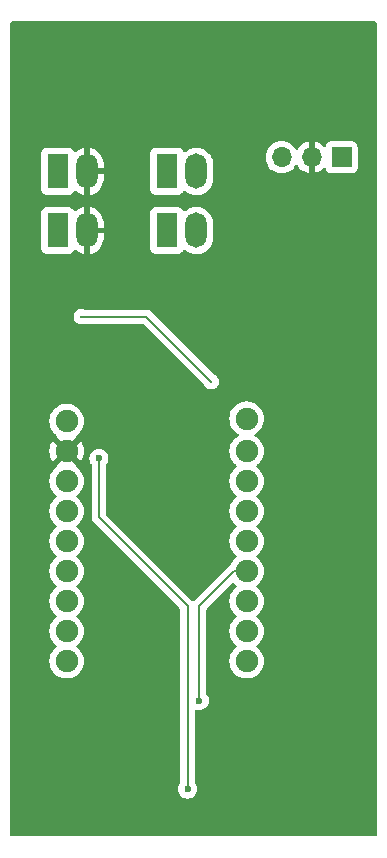
<source format=gbr>
%TF.GenerationSoftware,KiCad,Pcbnew,8.0.4*%
%TF.CreationDate,2024-08-15T17:47:52+02:00*%
%TF.ProjectId,Fingerprint_doorbell,46696e67-6572-4707-9269-6e745f646f6f,rev?*%
%TF.SameCoordinates,Original*%
%TF.FileFunction,Copper,L2,Bot*%
%TF.FilePolarity,Positive*%
%FSLAX46Y46*%
G04 Gerber Fmt 4.6, Leading zero omitted, Abs format (unit mm)*
G04 Created by KiCad (PCBNEW 8.0.4) date 2024-08-15 17:47:52*
%MOMM*%
%LPD*%
G01*
G04 APERTURE LIST*
%TA.AperFunction,ComponentPad*%
%ADD10R,1.700000X1.700000*%
%TD*%
%TA.AperFunction,ComponentPad*%
%ADD11O,1.700000X1.700000*%
%TD*%
%TA.AperFunction,ComponentPad*%
%ADD12R,1.800000X3.000000*%
%TD*%
%TA.AperFunction,ComponentPad*%
%ADD13O,1.800000X3.000000*%
%TD*%
%TA.AperFunction,ComponentPad*%
%ADD14C,1.905000*%
%TD*%
%TA.AperFunction,ViaPad*%
%ADD15C,0.300000*%
%TD*%
%TA.AperFunction,ViaPad*%
%ADD16C,0.600000*%
%TD*%
%TA.AperFunction,Conductor*%
%ADD17C,0.200000*%
%TD*%
G04 APERTURE END LIST*
D10*
%TO.P,J4,1,Pin_1*%
%TO.N,/24V*%
X89540000Y-37500000D03*
D11*
%TO.P,J4,2,Pin_2*%
%TO.N,/GND*%
X87000000Y-37500000D03*
%TO.P,J4,3,Pin_3*%
%TO.N,/5V*%
X84460000Y-37500000D03*
%TD*%
D12*
%TO.P,J3,1,Pin_1*%
%TO.N,Net-(J3-Pin_1)*%
X74750000Y-38700000D03*
X74750000Y-43700000D03*
D13*
%TO.P,J3,2,Pin_2*%
%TO.N,Net-(J3-Pin_2)*%
X77250000Y-38700000D03*
X77250000Y-43700000D03*
%TD*%
D12*
%TO.P,J2,1,Pin_1*%
%TO.N,/24V*%
X65500000Y-38700000D03*
X65500000Y-43700000D03*
D13*
%TO.P,J2,2,Pin_2*%
%TO.N,/GND*%
X68000000Y-38700000D03*
X68000000Y-43700000D03*
%TD*%
D14*
%TO.P,U1,1,GPIO1*%
%TO.N,unconnected-(U1-GPIO1-Pad1)*%
X66260000Y-67460000D03*
%TO.P,U1,2,GPIO2*%
%TO.N,unconnected-(U1-GPIO2-Pad2)*%
X66260000Y-70000000D03*
%TO.P,U1,3,GPIO3*%
%TO.N,unconnected-(U1-GPIO3-Pad3)*%
X66260000Y-72540000D03*
%TO.P,U1,3.3,3V3*%
%TO.N,/3v3*%
X66260000Y-64920000D03*
%TO.P,U1,4,GPIO4*%
%TO.N,unconnected-(U1-GPIO4-Pad4)*%
X66260000Y-75080000D03*
%TO.P,U1,5,GPIO5*%
%TO.N,unconnected-(U1-GPIO5-Pad5)*%
X66260000Y-77620000D03*
%TO.P,U1,5V,5V*%
%TO.N,/5V*%
X66260000Y-59840000D03*
%TO.P,U1,6,GPIO6*%
%TO.N,unconnected-(U1-GPIO6-Pad6)*%
X66260000Y-80160000D03*
%TO.P,U1,7,GPIO7*%
%TO.N,unconnected-(U1-GPIO7-Pad7)*%
X81500000Y-80160000D03*
%TO.P,U1,8,GPIO8*%
%TO.N,Net-(J1-Pin_4)*%
X81500000Y-77620000D03*
%TO.P,U1,9,GPIO9*%
%TO.N,Net-(J1-Pin_3)*%
X81500000Y-75080000D03*
%TO.P,U1,10,GPIO10*%
%TO.N,Net-(J1-Pin_5)*%
X81500000Y-72540000D03*
%TO.P,U1,11,GPIO11*%
%TO.N,Net-(U1-GPIO11)*%
X81500000Y-70000000D03*
%TO.P,U1,12,GPIO12*%
%TO.N,unconnected-(U1-GPIO12-Pad12)*%
X81500000Y-67460000D03*
%TO.P,U1,13,GPIO13*%
%TO.N,unconnected-(U1-GPIO13-Pad13)*%
X81500000Y-64920000D03*
%TO.P,U1,G,GND*%
%TO.N,/GND*%
X66260000Y-62380000D03*
%TO.P,U1,RX,RX*%
%TO.N,unconnected-(U1-PadRX)*%
X81500000Y-62380000D03*
%TO.P,U1,TX,TX*%
%TO.N,unconnected-(U1-PadTX)*%
X81500000Y-59630000D03*
%TD*%
D15*
%TO.N,Net-(U1-GPIO11)*%
X67500000Y-51000000D03*
X78500000Y-56500000D03*
D16*
%TO.N,/GND*%
X63000000Y-60000000D03*
X63000000Y-66000000D03*
X63000000Y-75500000D03*
X79000000Y-72500000D03*
X69000000Y-73000000D03*
X73500000Y-76500000D03*
X69500000Y-79500000D03*
X67500000Y-83500000D03*
X64000000Y-86000000D03*
X64000000Y-91500000D03*
X84000000Y-92000000D03*
X89500000Y-89500000D03*
X83000000Y-85500000D03*
X89000000Y-80500000D03*
X84500000Y-76000000D03*
X89500000Y-73500000D03*
X85000000Y-70000000D03*
X90000000Y-66500000D03*
X85000000Y-60500000D03*
X86500000Y-51000000D03*
X89000000Y-53000000D03*
X82500000Y-53000000D03*
X84500000Y-49000000D03*
X87000000Y-45500000D03*
X89500000Y-48500000D03*
X89500000Y-42000000D03*
X89000000Y-31000000D03*
X86500000Y-28500000D03*
X82000000Y-31000000D03*
X79000000Y-28500000D03*
X75000000Y-31000000D03*
X71000000Y-28500000D03*
X67500000Y-31000000D03*
X64000000Y-28500000D03*
%TO.N,Net-(J1-Pin_6)*%
X76500000Y-91000000D03*
X69000000Y-63000000D03*
%TO.N,Net-(J1-Pin_5)*%
X77500000Y-83500000D03*
%TD*%
D17*
%TO.N,Net-(J1-Pin_5)*%
X77500000Y-75500000D02*
X80460000Y-72540000D01*
X80460000Y-72540000D02*
X81500000Y-72540000D01*
X77500000Y-83500000D02*
X77500000Y-75500000D01*
%TO.N,Net-(U1-GPIO11)*%
X78500000Y-56500000D02*
X73000000Y-51000000D01*
X73000000Y-51000000D02*
X67500000Y-51000000D01*
%TO.N,Net-(J1-Pin_6)*%
X69000000Y-68000000D02*
X76500000Y-75500000D01*
X76500000Y-75500000D02*
X76500000Y-91000000D01*
X69000000Y-63000000D02*
X69000000Y-68000000D01*
%TD*%
%TA.AperFunction,Conductor*%
%TO.N,/GND*%
G36*
X92442539Y-26020185D02*
G01*
X92488294Y-26072989D01*
X92499500Y-26124500D01*
X92499500Y-94875500D01*
X92479815Y-94942539D01*
X92427011Y-94988294D01*
X92375500Y-94999500D01*
X61624500Y-94999500D01*
X61557461Y-94979815D01*
X61511706Y-94927011D01*
X61500500Y-94875500D01*
X61500500Y-59839994D01*
X64802020Y-59839994D01*
X64802020Y-59840005D01*
X64821904Y-60079972D01*
X64881017Y-60313405D01*
X64974054Y-60525509D01*
X64977745Y-60533922D01*
X65109449Y-60735510D01*
X65272537Y-60912671D01*
X65340000Y-60965179D01*
X65400750Y-61012463D01*
X65441563Y-61069173D01*
X65445238Y-61138946D01*
X65424746Y-61174851D01*
X65423791Y-61190237D01*
X66023992Y-61790438D01*
X65959215Y-61817271D01*
X65855211Y-61886764D01*
X65766764Y-61975211D01*
X65697271Y-62079215D01*
X65670438Y-62143992D01*
X65070881Y-61544435D01*
X64978185Y-61686317D01*
X64881491Y-61906759D01*
X64822399Y-62140110D01*
X64802522Y-62379994D01*
X64802522Y-62380005D01*
X64822399Y-62619889D01*
X64881491Y-62853240D01*
X64978185Y-63073682D01*
X65070880Y-63215563D01*
X65670438Y-62616006D01*
X65697271Y-62680785D01*
X65766764Y-62784789D01*
X65855211Y-62873236D01*
X65959215Y-62942729D01*
X66023991Y-62969560D01*
X65423790Y-63569761D01*
X65424747Y-63585171D01*
X65441565Y-63608539D01*
X65445239Y-63678312D01*
X65410607Y-63738995D01*
X65400752Y-63747535D01*
X65272539Y-63847327D01*
X65272534Y-63847332D01*
X65109449Y-64024490D01*
X64977743Y-64226081D01*
X64881017Y-64446594D01*
X64821904Y-64680027D01*
X64802020Y-64919994D01*
X64802020Y-64920005D01*
X64821904Y-65159972D01*
X64821904Y-65159975D01*
X64821905Y-65159976D01*
X64881017Y-65393405D01*
X64977745Y-65613922D01*
X65109449Y-65815510D01*
X65272537Y-65992671D01*
X65362608Y-66062776D01*
X65400344Y-66092147D01*
X65441157Y-66148857D01*
X65444831Y-66218630D01*
X65410199Y-66279313D01*
X65400344Y-66287853D01*
X65272539Y-66387327D01*
X65272534Y-66387332D01*
X65109449Y-66564490D01*
X64977743Y-66766081D01*
X64881017Y-66986594D01*
X64821904Y-67220027D01*
X64802020Y-67459994D01*
X64802020Y-67460005D01*
X64821904Y-67699972D01*
X64821904Y-67699975D01*
X64821905Y-67699976D01*
X64881017Y-67933405D01*
X64977745Y-68153922D01*
X65109449Y-68355510D01*
X65272537Y-68532671D01*
X65362608Y-68602776D01*
X65400344Y-68632147D01*
X65441157Y-68688857D01*
X65444831Y-68758630D01*
X65410199Y-68819313D01*
X65400344Y-68827853D01*
X65272539Y-68927327D01*
X65272534Y-68927332D01*
X65109449Y-69104490D01*
X64977743Y-69306081D01*
X64881017Y-69526594D01*
X64821904Y-69760027D01*
X64802020Y-69999994D01*
X64802020Y-70000005D01*
X64821904Y-70239972D01*
X64821904Y-70239975D01*
X64821905Y-70239976D01*
X64881017Y-70473405D01*
X64977745Y-70693922D01*
X65109449Y-70895510D01*
X65272537Y-71072671D01*
X65362608Y-71142776D01*
X65400344Y-71172147D01*
X65441157Y-71228857D01*
X65444831Y-71298630D01*
X65410199Y-71359313D01*
X65400344Y-71367853D01*
X65272539Y-71467327D01*
X65272534Y-71467332D01*
X65109449Y-71644490D01*
X64977743Y-71846081D01*
X64881017Y-72066594D01*
X64821904Y-72300027D01*
X64802020Y-72539994D01*
X64802020Y-72540005D01*
X64821904Y-72779972D01*
X64821904Y-72779975D01*
X64821905Y-72779976D01*
X64881017Y-73013405D01*
X64977745Y-73233922D01*
X65109449Y-73435510D01*
X65272537Y-73612671D01*
X65362608Y-73682776D01*
X65400344Y-73712147D01*
X65441157Y-73768857D01*
X65444831Y-73838630D01*
X65410199Y-73899313D01*
X65400344Y-73907853D01*
X65272539Y-74007327D01*
X65272534Y-74007332D01*
X65109449Y-74184490D01*
X64977743Y-74386081D01*
X64881017Y-74606594D01*
X64821904Y-74840027D01*
X64802020Y-75079994D01*
X64802020Y-75080005D01*
X64821904Y-75319972D01*
X64881017Y-75553405D01*
X64977664Y-75773739D01*
X64977745Y-75773922D01*
X65109449Y-75975510D01*
X65272537Y-76152671D01*
X65362608Y-76222776D01*
X65400344Y-76252147D01*
X65441157Y-76308857D01*
X65444831Y-76378630D01*
X65410199Y-76439313D01*
X65400344Y-76447853D01*
X65272539Y-76547327D01*
X65272534Y-76547332D01*
X65109449Y-76724490D01*
X64977743Y-76926081D01*
X64881017Y-77146594D01*
X64821904Y-77380027D01*
X64802020Y-77619994D01*
X64802020Y-77620005D01*
X64821904Y-77859972D01*
X64821904Y-77859975D01*
X64821905Y-77859976D01*
X64881017Y-78093405D01*
X64977745Y-78313922D01*
X65109449Y-78515510D01*
X65272537Y-78692671D01*
X65362608Y-78762776D01*
X65400344Y-78792147D01*
X65441157Y-78848857D01*
X65444831Y-78918630D01*
X65410199Y-78979313D01*
X65400344Y-78987853D01*
X65272539Y-79087327D01*
X65272534Y-79087332D01*
X65109449Y-79264490D01*
X64977743Y-79466081D01*
X64881017Y-79686594D01*
X64821904Y-79920027D01*
X64802020Y-80159994D01*
X64802020Y-80160005D01*
X64821904Y-80399972D01*
X64821904Y-80399975D01*
X64821905Y-80399976D01*
X64881017Y-80633405D01*
X64977745Y-80853922D01*
X65109449Y-81055510D01*
X65272537Y-81232671D01*
X65462561Y-81380572D01*
X65674336Y-81495179D01*
X65792598Y-81535778D01*
X65902083Y-81573365D01*
X65902085Y-81573365D01*
X65902087Y-81573366D01*
X66139601Y-81613000D01*
X66139602Y-81613000D01*
X66380398Y-81613000D01*
X66380399Y-81613000D01*
X66617913Y-81573366D01*
X66845664Y-81495179D01*
X67057439Y-81380572D01*
X67247463Y-81232671D01*
X67410551Y-81055510D01*
X67542255Y-80853922D01*
X67638983Y-80633405D01*
X67698095Y-80399976D01*
X67717980Y-80160000D01*
X67698095Y-79920024D01*
X67638983Y-79686595D01*
X67542255Y-79466078D01*
X67410551Y-79264490D01*
X67247463Y-79087329D01*
X67119656Y-78987853D01*
X67078843Y-78931143D01*
X67075168Y-78861370D01*
X67109800Y-78800687D01*
X67119656Y-78792147D01*
X67140072Y-78776255D01*
X67247463Y-78692671D01*
X67410551Y-78515510D01*
X67542255Y-78313922D01*
X67638983Y-78093405D01*
X67698095Y-77859976D01*
X67717980Y-77620000D01*
X67698095Y-77380024D01*
X67638983Y-77146595D01*
X67542255Y-76926078D01*
X67410551Y-76724490D01*
X67247463Y-76547329D01*
X67119656Y-76447853D01*
X67078843Y-76391143D01*
X67075168Y-76321370D01*
X67109800Y-76260687D01*
X67119656Y-76252147D01*
X67140072Y-76236255D01*
X67247463Y-76152671D01*
X67410551Y-75975510D01*
X67542255Y-75773922D01*
X67638983Y-75553405D01*
X67698095Y-75319976D01*
X67710935Y-75165024D01*
X67717980Y-75080005D01*
X67717980Y-75079994D01*
X67698095Y-74840027D01*
X67698095Y-74840024D01*
X67638983Y-74606595D01*
X67542255Y-74386078D01*
X67410551Y-74184490D01*
X67247463Y-74007329D01*
X67119656Y-73907853D01*
X67078843Y-73851143D01*
X67075168Y-73781370D01*
X67109800Y-73720687D01*
X67119656Y-73712147D01*
X67140072Y-73696255D01*
X67247463Y-73612671D01*
X67410551Y-73435510D01*
X67542255Y-73233922D01*
X67638983Y-73013405D01*
X67698095Y-72779976D01*
X67717980Y-72540000D01*
X67698095Y-72300024D01*
X67638983Y-72066595D01*
X67542255Y-71846078D01*
X67410551Y-71644490D01*
X67247463Y-71467329D01*
X67119656Y-71367853D01*
X67078843Y-71311143D01*
X67075168Y-71241370D01*
X67109800Y-71180687D01*
X67119656Y-71172147D01*
X67140072Y-71156255D01*
X67247463Y-71072671D01*
X67410551Y-70895510D01*
X67542255Y-70693922D01*
X67638983Y-70473405D01*
X67698095Y-70239976D01*
X67717980Y-70000000D01*
X67698095Y-69760024D01*
X67638983Y-69526595D01*
X67542255Y-69306078D01*
X67410551Y-69104490D01*
X67247463Y-68927329D01*
X67119656Y-68827853D01*
X67078843Y-68771143D01*
X67075168Y-68701370D01*
X67109800Y-68640687D01*
X67119656Y-68632147D01*
X67140072Y-68616255D01*
X67247463Y-68532671D01*
X67410551Y-68355510D01*
X67542255Y-68153922D01*
X67638983Y-67933405D01*
X67698095Y-67699976D01*
X67717980Y-67460000D01*
X67698095Y-67220024D01*
X67638983Y-66986595D01*
X67542255Y-66766078D01*
X67410551Y-66564490D01*
X67247463Y-66387329D01*
X67119656Y-66287853D01*
X67078843Y-66231143D01*
X67075168Y-66161370D01*
X67109800Y-66100687D01*
X67119656Y-66092147D01*
X67140072Y-66076255D01*
X67247463Y-65992671D01*
X67410551Y-65815510D01*
X67542255Y-65613922D01*
X67638983Y-65393405D01*
X67698095Y-65159976D01*
X67717980Y-64920000D01*
X67698095Y-64680024D01*
X67638983Y-64446595D01*
X67542255Y-64226078D01*
X67410551Y-64024490D01*
X67247463Y-63847329D01*
X67119246Y-63747534D01*
X67078433Y-63690824D01*
X67074759Y-63621051D01*
X67095253Y-63585140D01*
X67096208Y-63569760D01*
X66496008Y-62969560D01*
X66560785Y-62942729D01*
X66664789Y-62873236D01*
X66753236Y-62784789D01*
X66822729Y-62680785D01*
X66849560Y-62616007D01*
X67449117Y-63215564D01*
X67541815Y-63073679D01*
X67574135Y-62999996D01*
X68194435Y-62999996D01*
X68194435Y-63000003D01*
X68214630Y-63179249D01*
X68214631Y-63179254D01*
X68274211Y-63349523D01*
X68334515Y-63445496D01*
X68348027Y-63467000D01*
X68370185Y-63502263D01*
X68372445Y-63505097D01*
X68373334Y-63507275D01*
X68373889Y-63508158D01*
X68373734Y-63508255D01*
X68398855Y-63569783D01*
X68399500Y-63582412D01*
X68399500Y-67913330D01*
X68399499Y-67913348D01*
X68399499Y-68079054D01*
X68399498Y-68079054D01*
X68440423Y-68231785D01*
X68469358Y-68281900D01*
X68469359Y-68281904D01*
X68469360Y-68281904D01*
X68519479Y-68368714D01*
X68519481Y-68368717D01*
X68638349Y-68487585D01*
X68638355Y-68487590D01*
X75863181Y-75712416D01*
X75896666Y-75773739D01*
X75899500Y-75800097D01*
X75899500Y-90417587D01*
X75879815Y-90484626D01*
X75872450Y-90494896D01*
X75870186Y-90497734D01*
X75774211Y-90650476D01*
X75714631Y-90820745D01*
X75714630Y-90820750D01*
X75694435Y-90999996D01*
X75694435Y-91000003D01*
X75714630Y-91179249D01*
X75714631Y-91179254D01*
X75774211Y-91349523D01*
X75870184Y-91502262D01*
X75997738Y-91629816D01*
X76150478Y-91725789D01*
X76320745Y-91785368D01*
X76320750Y-91785369D01*
X76499996Y-91805565D01*
X76500000Y-91805565D01*
X76500004Y-91805565D01*
X76679249Y-91785369D01*
X76679252Y-91785368D01*
X76679255Y-91785368D01*
X76849522Y-91725789D01*
X77002262Y-91629816D01*
X77129816Y-91502262D01*
X77225789Y-91349522D01*
X77285368Y-91179255D01*
X77305565Y-91000000D01*
X77285368Y-90820745D01*
X77225789Y-90650478D01*
X77129816Y-90497738D01*
X77129814Y-90497736D01*
X77129813Y-90497734D01*
X77127550Y-90494896D01*
X77126659Y-90492715D01*
X77126111Y-90491842D01*
X77126264Y-90491745D01*
X77101144Y-90430209D01*
X77100500Y-90417587D01*
X77100500Y-84383062D01*
X77120185Y-84316023D01*
X77172989Y-84270268D01*
X77242147Y-84260324D01*
X77265448Y-84266018D01*
X77320745Y-84285368D01*
X77320748Y-84285368D01*
X77320750Y-84285369D01*
X77499996Y-84305565D01*
X77500000Y-84305565D01*
X77500004Y-84305565D01*
X77679249Y-84285369D01*
X77679252Y-84285368D01*
X77679255Y-84285368D01*
X77849522Y-84225789D01*
X78002262Y-84129816D01*
X78129816Y-84002262D01*
X78225789Y-83849522D01*
X78285368Y-83679255D01*
X78305565Y-83500000D01*
X78285368Y-83320745D01*
X78225789Y-83150478D01*
X78129816Y-82997738D01*
X78129814Y-82997736D01*
X78129813Y-82997734D01*
X78127550Y-82994896D01*
X78126659Y-82992715D01*
X78126111Y-82991842D01*
X78126264Y-82991745D01*
X78101144Y-82930209D01*
X78100500Y-82917587D01*
X78100500Y-75800096D01*
X78120185Y-75733057D01*
X78136814Y-75712420D01*
X80288876Y-73560357D01*
X80350197Y-73526874D01*
X80419889Y-73531858D01*
X80467784Y-73564057D01*
X80512527Y-73612661D01*
X80512532Y-73612665D01*
X80512537Y-73612671D01*
X80602608Y-73682776D01*
X80640344Y-73712147D01*
X80681157Y-73768857D01*
X80684831Y-73838630D01*
X80650199Y-73899313D01*
X80640344Y-73907853D01*
X80512539Y-74007327D01*
X80512534Y-74007332D01*
X80349449Y-74184490D01*
X80217743Y-74386081D01*
X80121017Y-74606594D01*
X80061904Y-74840027D01*
X80042020Y-75079994D01*
X80042020Y-75080005D01*
X80061904Y-75319972D01*
X80121017Y-75553405D01*
X80217664Y-75773739D01*
X80217745Y-75773922D01*
X80349449Y-75975510D01*
X80512537Y-76152671D01*
X80602608Y-76222776D01*
X80640344Y-76252147D01*
X80681157Y-76308857D01*
X80684831Y-76378630D01*
X80650199Y-76439313D01*
X80640344Y-76447853D01*
X80512539Y-76547327D01*
X80512534Y-76547332D01*
X80349449Y-76724490D01*
X80217743Y-76926081D01*
X80121017Y-77146594D01*
X80061904Y-77380027D01*
X80042020Y-77619994D01*
X80042020Y-77620005D01*
X80061904Y-77859972D01*
X80061904Y-77859975D01*
X80061905Y-77859976D01*
X80121017Y-78093405D01*
X80217745Y-78313922D01*
X80349449Y-78515510D01*
X80512537Y-78692671D01*
X80602608Y-78762776D01*
X80640344Y-78792147D01*
X80681157Y-78848857D01*
X80684831Y-78918630D01*
X80650199Y-78979313D01*
X80640344Y-78987853D01*
X80512539Y-79087327D01*
X80512534Y-79087332D01*
X80349449Y-79264490D01*
X80217743Y-79466081D01*
X80121017Y-79686594D01*
X80061904Y-79920027D01*
X80042020Y-80159994D01*
X80042020Y-80160005D01*
X80061904Y-80399972D01*
X80061904Y-80399975D01*
X80061905Y-80399976D01*
X80121017Y-80633405D01*
X80217745Y-80853922D01*
X80349449Y-81055510D01*
X80512537Y-81232671D01*
X80702561Y-81380572D01*
X80914336Y-81495179D01*
X81032598Y-81535778D01*
X81142083Y-81573365D01*
X81142085Y-81573365D01*
X81142087Y-81573366D01*
X81379601Y-81613000D01*
X81379602Y-81613000D01*
X81620398Y-81613000D01*
X81620399Y-81613000D01*
X81857913Y-81573366D01*
X82085664Y-81495179D01*
X82297439Y-81380572D01*
X82487463Y-81232671D01*
X82650551Y-81055510D01*
X82782255Y-80853922D01*
X82878983Y-80633405D01*
X82938095Y-80399976D01*
X82957980Y-80160000D01*
X82938095Y-79920024D01*
X82878983Y-79686595D01*
X82782255Y-79466078D01*
X82650551Y-79264490D01*
X82487463Y-79087329D01*
X82359656Y-78987853D01*
X82318843Y-78931143D01*
X82315168Y-78861370D01*
X82349800Y-78800687D01*
X82359656Y-78792147D01*
X82380072Y-78776255D01*
X82487463Y-78692671D01*
X82650551Y-78515510D01*
X82782255Y-78313922D01*
X82878983Y-78093405D01*
X82938095Y-77859976D01*
X82957980Y-77620000D01*
X82938095Y-77380024D01*
X82878983Y-77146595D01*
X82782255Y-76926078D01*
X82650551Y-76724490D01*
X82487463Y-76547329D01*
X82359656Y-76447853D01*
X82318843Y-76391143D01*
X82315168Y-76321370D01*
X82349800Y-76260687D01*
X82359656Y-76252147D01*
X82380072Y-76236255D01*
X82487463Y-76152671D01*
X82650551Y-75975510D01*
X82782255Y-75773922D01*
X82878983Y-75553405D01*
X82938095Y-75319976D01*
X82950935Y-75165024D01*
X82957980Y-75080005D01*
X82957980Y-75079994D01*
X82938095Y-74840027D01*
X82938095Y-74840024D01*
X82878983Y-74606595D01*
X82782255Y-74386078D01*
X82650551Y-74184490D01*
X82487463Y-74007329D01*
X82359656Y-73907853D01*
X82318843Y-73851143D01*
X82315168Y-73781370D01*
X82349800Y-73720687D01*
X82359656Y-73712147D01*
X82380072Y-73696255D01*
X82487463Y-73612671D01*
X82650551Y-73435510D01*
X82782255Y-73233922D01*
X82878983Y-73013405D01*
X82938095Y-72779976D01*
X82957980Y-72540000D01*
X82938095Y-72300024D01*
X82878983Y-72066595D01*
X82782255Y-71846078D01*
X82650551Y-71644490D01*
X82487463Y-71467329D01*
X82359656Y-71367853D01*
X82318843Y-71311143D01*
X82315168Y-71241370D01*
X82349800Y-71180687D01*
X82359656Y-71172147D01*
X82380072Y-71156255D01*
X82487463Y-71072671D01*
X82650551Y-70895510D01*
X82782255Y-70693922D01*
X82878983Y-70473405D01*
X82938095Y-70239976D01*
X82957980Y-70000000D01*
X82938095Y-69760024D01*
X82878983Y-69526595D01*
X82782255Y-69306078D01*
X82650551Y-69104490D01*
X82487463Y-68927329D01*
X82359656Y-68827853D01*
X82318843Y-68771143D01*
X82315168Y-68701370D01*
X82349800Y-68640687D01*
X82359656Y-68632147D01*
X82380072Y-68616255D01*
X82487463Y-68532671D01*
X82650551Y-68355510D01*
X82782255Y-68153922D01*
X82878983Y-67933405D01*
X82938095Y-67699976D01*
X82957980Y-67460000D01*
X82938095Y-67220024D01*
X82878983Y-66986595D01*
X82782255Y-66766078D01*
X82650551Y-66564490D01*
X82487463Y-66387329D01*
X82359656Y-66287853D01*
X82318843Y-66231143D01*
X82315168Y-66161370D01*
X82349800Y-66100687D01*
X82359656Y-66092147D01*
X82380072Y-66076255D01*
X82487463Y-65992671D01*
X82650551Y-65815510D01*
X82782255Y-65613922D01*
X82878983Y-65393405D01*
X82938095Y-65159976D01*
X82957980Y-64920000D01*
X82938095Y-64680024D01*
X82878983Y-64446595D01*
X82782255Y-64226078D01*
X82650551Y-64024490D01*
X82487463Y-63847329D01*
X82359656Y-63747853D01*
X82318843Y-63691143D01*
X82315168Y-63621370D01*
X82349800Y-63560687D01*
X82359656Y-63552147D01*
X82416048Y-63508255D01*
X82487463Y-63452671D01*
X82650551Y-63275510D01*
X82782255Y-63073922D01*
X82878983Y-62853405D01*
X82938095Y-62619976D01*
X82957980Y-62380000D01*
X82938095Y-62140024D01*
X82878983Y-61906595D01*
X82782255Y-61686078D01*
X82650551Y-61484490D01*
X82487463Y-61307329D01*
X82317219Y-61174823D01*
X82297441Y-61159429D01*
X82297436Y-61159426D01*
X82213597Y-61114055D01*
X82164006Y-61064836D01*
X82148898Y-60996619D01*
X82173068Y-60931063D01*
X82213597Y-60895945D01*
X82297439Y-60850572D01*
X82487463Y-60702671D01*
X82650551Y-60525510D01*
X82782255Y-60323922D01*
X82878983Y-60103405D01*
X82938095Y-59869976D01*
X82957980Y-59630000D01*
X82955496Y-59600027D01*
X82938095Y-59390027D01*
X82938095Y-59390024D01*
X82878983Y-59156595D01*
X82782255Y-58936078D01*
X82650551Y-58734490D01*
X82487463Y-58557329D01*
X82353358Y-58452951D01*
X82297441Y-58409429D01*
X82085665Y-58294821D01*
X82085656Y-58294818D01*
X81857916Y-58216634D01*
X81679777Y-58186908D01*
X81620399Y-58177000D01*
X81379601Y-58177000D01*
X81332098Y-58184926D01*
X81142083Y-58216634D01*
X80914343Y-58294818D01*
X80914334Y-58294821D01*
X80702558Y-58409429D01*
X80568456Y-58513805D01*
X80512537Y-58557329D01*
X80512534Y-58557331D01*
X80512534Y-58557332D01*
X80349449Y-58734490D01*
X80217743Y-58936081D01*
X80121017Y-59156594D01*
X80061904Y-59390027D01*
X80042020Y-59629994D01*
X80042020Y-59630005D01*
X80061904Y-59869972D01*
X80061904Y-59869975D01*
X80061905Y-59869976D01*
X80121017Y-60103405D01*
X80217745Y-60323922D01*
X80349449Y-60525510D01*
X80512537Y-60702671D01*
X80702561Y-60850572D01*
X80786403Y-60895945D01*
X80835993Y-60945165D01*
X80851101Y-61013382D01*
X80826930Y-61078937D01*
X80786403Y-61114055D01*
X80702558Y-61159429D01*
X80581869Y-61253366D01*
X80512537Y-61307329D01*
X80512534Y-61307331D01*
X80512534Y-61307332D01*
X80349449Y-61484490D01*
X80217743Y-61686081D01*
X80121017Y-61906594D01*
X80061904Y-62140027D01*
X80042020Y-62379994D01*
X80042020Y-62380005D01*
X80061904Y-62619972D01*
X80121017Y-62853405D01*
X80217639Y-63073682D01*
X80217745Y-63073922D01*
X80349449Y-63275510D01*
X80512537Y-63452671D01*
X80576252Y-63502262D01*
X80640344Y-63552147D01*
X80681157Y-63608857D01*
X80684831Y-63678630D01*
X80650199Y-63739313D01*
X80640344Y-63747853D01*
X80512539Y-63847327D01*
X80512534Y-63847332D01*
X80349449Y-64024490D01*
X80217743Y-64226081D01*
X80121017Y-64446594D01*
X80061904Y-64680027D01*
X80042020Y-64919994D01*
X80042020Y-64920005D01*
X80061904Y-65159972D01*
X80061904Y-65159975D01*
X80061905Y-65159976D01*
X80121017Y-65393405D01*
X80217745Y-65613922D01*
X80349449Y-65815510D01*
X80512537Y-65992671D01*
X80602608Y-66062776D01*
X80640344Y-66092147D01*
X80681157Y-66148857D01*
X80684831Y-66218630D01*
X80650199Y-66279313D01*
X80640344Y-66287853D01*
X80512539Y-66387327D01*
X80512534Y-66387332D01*
X80349449Y-66564490D01*
X80217743Y-66766081D01*
X80121017Y-66986594D01*
X80061904Y-67220027D01*
X80042020Y-67459994D01*
X80042020Y-67460005D01*
X80061904Y-67699972D01*
X80061904Y-67699975D01*
X80061905Y-67699976D01*
X80121017Y-67933405D01*
X80217745Y-68153922D01*
X80349449Y-68355510D01*
X80512537Y-68532671D01*
X80602608Y-68602776D01*
X80640344Y-68632147D01*
X80681157Y-68688857D01*
X80684831Y-68758630D01*
X80650199Y-68819313D01*
X80640344Y-68827853D01*
X80512539Y-68927327D01*
X80512534Y-68927332D01*
X80349449Y-69104490D01*
X80217743Y-69306081D01*
X80121017Y-69526594D01*
X80061904Y-69760027D01*
X80042020Y-69999994D01*
X80042020Y-70000005D01*
X80061904Y-70239972D01*
X80061904Y-70239975D01*
X80061905Y-70239976D01*
X80121017Y-70473405D01*
X80217745Y-70693922D01*
X80349449Y-70895510D01*
X80512537Y-71072671D01*
X80602608Y-71142776D01*
X80640344Y-71172147D01*
X80681157Y-71228857D01*
X80684831Y-71298630D01*
X80650199Y-71359313D01*
X80640344Y-71367853D01*
X80512539Y-71467327D01*
X80512534Y-71467332D01*
X80349449Y-71644490D01*
X80217742Y-71846082D01*
X80151613Y-71996838D01*
X80106657Y-72050323D01*
X80100065Y-72054409D01*
X80091290Y-72059475D01*
X80091281Y-72059482D01*
X77087681Y-75063083D01*
X77026358Y-75096568D01*
X76956666Y-75091584D01*
X76912319Y-75063083D01*
X69636819Y-67787583D01*
X69603334Y-67726260D01*
X69600500Y-67699902D01*
X69600500Y-63582412D01*
X69620185Y-63515373D01*
X69627555Y-63505097D01*
X69629810Y-63502267D01*
X69629816Y-63502262D01*
X69725789Y-63349522D01*
X69785368Y-63179255D01*
X69797263Y-63073682D01*
X69805565Y-63000003D01*
X69805565Y-62999996D01*
X69785369Y-62820750D01*
X69785368Y-62820745D01*
X69725788Y-62650476D01*
X69629815Y-62497737D01*
X69502262Y-62370184D01*
X69349523Y-62274211D01*
X69179254Y-62214631D01*
X69179249Y-62214630D01*
X69000004Y-62194435D01*
X68999996Y-62194435D01*
X68820750Y-62214630D01*
X68820745Y-62214631D01*
X68650476Y-62274211D01*
X68497737Y-62370184D01*
X68370184Y-62497737D01*
X68274211Y-62650476D01*
X68214631Y-62820745D01*
X68214630Y-62820750D01*
X68194435Y-62999996D01*
X67574135Y-62999996D01*
X67638508Y-62853240D01*
X67697600Y-62619889D01*
X67717478Y-62380005D01*
X67717478Y-62379994D01*
X67697600Y-62140110D01*
X67638508Y-61906759D01*
X67541815Y-61686320D01*
X67449117Y-61544434D01*
X66849560Y-62143991D01*
X66822729Y-62079215D01*
X66753236Y-61975211D01*
X66664789Y-61886764D01*
X66560785Y-61817271D01*
X66496007Y-61790438D01*
X67096208Y-61190237D01*
X67095251Y-61174823D01*
X67078435Y-61151456D01*
X67074762Y-61081683D01*
X67109395Y-61021001D01*
X67119231Y-61012477D01*
X67247463Y-60912671D01*
X67410551Y-60735510D01*
X67542255Y-60533922D01*
X67638983Y-60313405D01*
X67698095Y-60079976D01*
X67715496Y-59869976D01*
X67717980Y-59840005D01*
X67717980Y-59839994D01*
X67698095Y-59600027D01*
X67698095Y-59600024D01*
X67638983Y-59366595D01*
X67542255Y-59146078D01*
X67410551Y-58944490D01*
X67247463Y-58767329D01*
X67113358Y-58662951D01*
X67057441Y-58619429D01*
X66845665Y-58504821D01*
X66845656Y-58504818D01*
X66617916Y-58426634D01*
X66439777Y-58396908D01*
X66380399Y-58387000D01*
X66139601Y-58387000D01*
X66092098Y-58394926D01*
X65902083Y-58426634D01*
X65674343Y-58504818D01*
X65674334Y-58504821D01*
X65462558Y-58619429D01*
X65328456Y-58723805D01*
X65272537Y-58767329D01*
X65272534Y-58767331D01*
X65272534Y-58767332D01*
X65109449Y-58944490D01*
X64977743Y-59146081D01*
X64881017Y-59366594D01*
X64821904Y-59600027D01*
X64802020Y-59839994D01*
X61500500Y-59839994D01*
X61500500Y-50999999D01*
X66844722Y-50999999D01*
X66844722Y-51000000D01*
X66863762Y-51156818D01*
X66919780Y-51304523D01*
X67009517Y-51434530D01*
X67127760Y-51539283D01*
X67127762Y-51539284D01*
X67267634Y-51612696D01*
X67421014Y-51650500D01*
X67421015Y-51650500D01*
X67578985Y-51650500D01*
X67732365Y-51612696D01*
X67739377Y-51610037D01*
X67740069Y-51611862D01*
X67786166Y-51600500D01*
X72699903Y-51600500D01*
X72766942Y-51620185D01*
X72787584Y-51636819D01*
X77879263Y-56728499D01*
X77907523Y-56772207D01*
X77919779Y-56804521D01*
X77919780Y-56804523D01*
X78009517Y-56934530D01*
X78127760Y-57039283D01*
X78127762Y-57039284D01*
X78267634Y-57112696D01*
X78421014Y-57150500D01*
X78421015Y-57150500D01*
X78578985Y-57150500D01*
X78732365Y-57112696D01*
X78872240Y-57039283D01*
X78990483Y-56934530D01*
X79080220Y-56804523D01*
X79136237Y-56656818D01*
X79155278Y-56500000D01*
X79136237Y-56343182D01*
X79080220Y-56195477D01*
X78990483Y-56065470D01*
X78872240Y-55960717D01*
X78872238Y-55960716D01*
X78872237Y-55960715D01*
X78872233Y-55960712D01*
X78757861Y-55900685D01*
X78727806Y-55878570D01*
X73487590Y-50638355D01*
X73487588Y-50638352D01*
X73368717Y-50519481D01*
X73368716Y-50519480D01*
X73281904Y-50469360D01*
X73281904Y-50469359D01*
X73281900Y-50469358D01*
X73231785Y-50440423D01*
X73079057Y-50399499D01*
X72920943Y-50399499D01*
X72913347Y-50399499D01*
X72913331Y-50399500D01*
X67786166Y-50399500D01*
X67740069Y-50388137D01*
X67739377Y-50389963D01*
X67732365Y-50387303D01*
X67578986Y-50349500D01*
X67578985Y-50349500D01*
X67421015Y-50349500D01*
X67421014Y-50349500D01*
X67267634Y-50387303D01*
X67127762Y-50460715D01*
X67009516Y-50565471D01*
X66919781Y-50695475D01*
X66919780Y-50695476D01*
X66863762Y-50843181D01*
X66844722Y-50999999D01*
X61500500Y-50999999D01*
X61500500Y-42152135D01*
X64099500Y-42152135D01*
X64099500Y-45247870D01*
X64099501Y-45247876D01*
X64105908Y-45307483D01*
X64156202Y-45442328D01*
X64156206Y-45442335D01*
X64242452Y-45557544D01*
X64242455Y-45557547D01*
X64357664Y-45643793D01*
X64357671Y-45643797D01*
X64492517Y-45694091D01*
X64492516Y-45694091D01*
X64499444Y-45694835D01*
X64552127Y-45700500D01*
X66447872Y-45700499D01*
X66507483Y-45694091D01*
X66642331Y-45643796D01*
X66757546Y-45557546D01*
X66843796Y-45442331D01*
X66862927Y-45391037D01*
X66904797Y-45335104D01*
X66970261Y-45310686D01*
X67038534Y-45325537D01*
X67066790Y-45346689D01*
X67087958Y-45367857D01*
X67266239Y-45497386D01*
X67462589Y-45597432D01*
X67672163Y-45665526D01*
X67749999Y-45677854D01*
X67750000Y-45677854D01*
X67750000Y-44248482D01*
X67768409Y-44259111D01*
X67921009Y-44300000D01*
X68078991Y-44300000D01*
X68231591Y-44259111D01*
X68250000Y-44248482D01*
X68250000Y-45677854D01*
X68327834Y-45665526D01*
X68327837Y-45665526D01*
X68537410Y-45597432D01*
X68733760Y-45497386D01*
X68912041Y-45367857D01*
X69067857Y-45212041D01*
X69197386Y-45033760D01*
X69297432Y-44837410D01*
X69365526Y-44627835D01*
X69400000Y-44410181D01*
X69400000Y-43950000D01*
X68548482Y-43950000D01*
X68559111Y-43931591D01*
X68600000Y-43778991D01*
X68600000Y-43621009D01*
X68559111Y-43468409D01*
X68548482Y-43450000D01*
X69400000Y-43450000D01*
X69400000Y-42989818D01*
X69365526Y-42772164D01*
X69297432Y-42562589D01*
X69197386Y-42366239D01*
X69067857Y-42187958D01*
X69032034Y-42152135D01*
X73349500Y-42152135D01*
X73349500Y-45247870D01*
X73349501Y-45247876D01*
X73355908Y-45307483D01*
X73406202Y-45442328D01*
X73406206Y-45442335D01*
X73492452Y-45557544D01*
X73492455Y-45557547D01*
X73607664Y-45643793D01*
X73607671Y-45643797D01*
X73742517Y-45694091D01*
X73742516Y-45694091D01*
X73749444Y-45694835D01*
X73802127Y-45700500D01*
X75697872Y-45700499D01*
X75757483Y-45694091D01*
X75892331Y-45643796D01*
X76007546Y-45557546D01*
X76093796Y-45442331D01*
X76112735Y-45391554D01*
X76154606Y-45335620D01*
X76220070Y-45311202D01*
X76288343Y-45326053D01*
X76316598Y-45347205D01*
X76337636Y-45368243D01*
X76337641Y-45368247D01*
X76369721Y-45391554D01*
X76515978Y-45497815D01*
X76644375Y-45563237D01*
X76712393Y-45597895D01*
X76712396Y-45597896D01*
X76817221Y-45631955D01*
X76922049Y-45666015D01*
X77139778Y-45700500D01*
X77139779Y-45700500D01*
X77360221Y-45700500D01*
X77360222Y-45700500D01*
X77577951Y-45666015D01*
X77787606Y-45597895D01*
X77984022Y-45497815D01*
X78162365Y-45368242D01*
X78318242Y-45212365D01*
X78447815Y-45034022D01*
X78547895Y-44837606D01*
X78616015Y-44627951D01*
X78650500Y-44410222D01*
X78650500Y-42989778D01*
X78616015Y-42772049D01*
X78581955Y-42667221D01*
X78547896Y-42562396D01*
X78547895Y-42562393D01*
X78513237Y-42494375D01*
X78447815Y-42365978D01*
X78318477Y-42187958D01*
X78318247Y-42187641D01*
X78318243Y-42187636D01*
X78162363Y-42031756D01*
X78162358Y-42031752D01*
X77984025Y-41902187D01*
X77984024Y-41902186D01*
X77984022Y-41902185D01*
X77866791Y-41842452D01*
X77787606Y-41802104D01*
X77787603Y-41802103D01*
X77577952Y-41733985D01*
X77469086Y-41716742D01*
X77360222Y-41699500D01*
X77139778Y-41699500D01*
X77067201Y-41710995D01*
X76922047Y-41733985D01*
X76712396Y-41802103D01*
X76712393Y-41802104D01*
X76515974Y-41902187D01*
X76337641Y-42031752D01*
X76337635Y-42031757D01*
X76316596Y-42052796D01*
X76255273Y-42086280D01*
X76185581Y-42081294D01*
X76129648Y-42039421D01*
X76112735Y-42008446D01*
X76093797Y-41957671D01*
X76093793Y-41957664D01*
X76007547Y-41842455D01*
X76007544Y-41842452D01*
X75892335Y-41756206D01*
X75892328Y-41756202D01*
X75757482Y-41705908D01*
X75757483Y-41705908D01*
X75697883Y-41699501D01*
X75697881Y-41699500D01*
X75697873Y-41699500D01*
X75697864Y-41699500D01*
X73802129Y-41699500D01*
X73802123Y-41699501D01*
X73742516Y-41705908D01*
X73607671Y-41756202D01*
X73607664Y-41756206D01*
X73492455Y-41842452D01*
X73492452Y-41842455D01*
X73406206Y-41957664D01*
X73406202Y-41957671D01*
X73355908Y-42092517D01*
X73349501Y-42152116D01*
X73349500Y-42152135D01*
X69032034Y-42152135D01*
X68912041Y-42032142D01*
X68733760Y-41902613D01*
X68537410Y-41802567D01*
X68327836Y-41734473D01*
X68250000Y-41722144D01*
X68250000Y-43151517D01*
X68231591Y-43140889D01*
X68078991Y-43100000D01*
X67921009Y-43100000D01*
X67768409Y-43140889D01*
X67750000Y-43151517D01*
X67750000Y-41722144D01*
X67672164Y-41734473D01*
X67672161Y-41734473D01*
X67462589Y-41802567D01*
X67266239Y-41902613D01*
X67087958Y-42032142D01*
X67066788Y-42053312D01*
X67005465Y-42086796D01*
X66935773Y-42081810D01*
X66879840Y-42039937D01*
X66862927Y-42008961D01*
X66843798Y-41957673D01*
X66843793Y-41957664D01*
X66757547Y-41842455D01*
X66757544Y-41842452D01*
X66642335Y-41756206D01*
X66642328Y-41756202D01*
X66507482Y-41705908D01*
X66507483Y-41705908D01*
X66447883Y-41699501D01*
X66447881Y-41699500D01*
X66447873Y-41699500D01*
X66447864Y-41699500D01*
X64552129Y-41699500D01*
X64552123Y-41699501D01*
X64492516Y-41705908D01*
X64357671Y-41756202D01*
X64357664Y-41756206D01*
X64242455Y-41842452D01*
X64242452Y-41842455D01*
X64156206Y-41957664D01*
X64156202Y-41957671D01*
X64105908Y-42092517D01*
X64099501Y-42152116D01*
X64099500Y-42152135D01*
X61500500Y-42152135D01*
X61500500Y-37152135D01*
X64099500Y-37152135D01*
X64099500Y-40247870D01*
X64099501Y-40247876D01*
X64105908Y-40307483D01*
X64156202Y-40442328D01*
X64156206Y-40442335D01*
X64242452Y-40557544D01*
X64242455Y-40557547D01*
X64357664Y-40643793D01*
X64357671Y-40643797D01*
X64492517Y-40694091D01*
X64492516Y-40694091D01*
X64499444Y-40694835D01*
X64552127Y-40700500D01*
X66447872Y-40700499D01*
X66507483Y-40694091D01*
X66642331Y-40643796D01*
X66757546Y-40557546D01*
X66843796Y-40442331D01*
X66862927Y-40391037D01*
X66904797Y-40335104D01*
X66970261Y-40310686D01*
X67038534Y-40325537D01*
X67066790Y-40346689D01*
X67087958Y-40367857D01*
X67266239Y-40497386D01*
X67462589Y-40597432D01*
X67672163Y-40665526D01*
X67749999Y-40677854D01*
X67750000Y-40677854D01*
X67750000Y-39248482D01*
X67768409Y-39259111D01*
X67921009Y-39300000D01*
X68078991Y-39300000D01*
X68231591Y-39259111D01*
X68250000Y-39248482D01*
X68250000Y-40677854D01*
X68327834Y-40665526D01*
X68327837Y-40665526D01*
X68537410Y-40597432D01*
X68733760Y-40497386D01*
X68912041Y-40367857D01*
X69067857Y-40212041D01*
X69197386Y-40033760D01*
X69297432Y-39837410D01*
X69365526Y-39627835D01*
X69400000Y-39410181D01*
X69400000Y-38950000D01*
X68548482Y-38950000D01*
X68559111Y-38931591D01*
X68600000Y-38778991D01*
X68600000Y-38621009D01*
X68559111Y-38468409D01*
X68548482Y-38450000D01*
X69400000Y-38450000D01*
X69400000Y-37989818D01*
X69365526Y-37772164D01*
X69297432Y-37562589D01*
X69197386Y-37366239D01*
X69067857Y-37187958D01*
X69032034Y-37152135D01*
X73349500Y-37152135D01*
X73349500Y-40247870D01*
X73349501Y-40247876D01*
X73355908Y-40307483D01*
X73406202Y-40442328D01*
X73406206Y-40442335D01*
X73492452Y-40557544D01*
X73492455Y-40557547D01*
X73607664Y-40643793D01*
X73607671Y-40643797D01*
X73742517Y-40694091D01*
X73742516Y-40694091D01*
X73749444Y-40694835D01*
X73802127Y-40700500D01*
X75697872Y-40700499D01*
X75757483Y-40694091D01*
X75892331Y-40643796D01*
X76007546Y-40557546D01*
X76093796Y-40442331D01*
X76112735Y-40391554D01*
X76154606Y-40335620D01*
X76220070Y-40311202D01*
X76288343Y-40326053D01*
X76316598Y-40347205D01*
X76337636Y-40368243D01*
X76337641Y-40368247D01*
X76369721Y-40391554D01*
X76515978Y-40497815D01*
X76644375Y-40563237D01*
X76712393Y-40597895D01*
X76712396Y-40597896D01*
X76817221Y-40631955D01*
X76922049Y-40666015D01*
X77139778Y-40700500D01*
X77139779Y-40700500D01*
X77360221Y-40700500D01*
X77360222Y-40700500D01*
X77577951Y-40666015D01*
X77787606Y-40597895D01*
X77984022Y-40497815D01*
X78162365Y-40368242D01*
X78318242Y-40212365D01*
X78447815Y-40034022D01*
X78547895Y-39837606D01*
X78616015Y-39627951D01*
X78650500Y-39410222D01*
X78650500Y-37989778D01*
X78616015Y-37772049D01*
X78549010Y-37565826D01*
X78547896Y-37562396D01*
X78547895Y-37562393D01*
X78516103Y-37499999D01*
X83104341Y-37499999D01*
X83104341Y-37500000D01*
X83124936Y-37735403D01*
X83124938Y-37735413D01*
X83186094Y-37963655D01*
X83186096Y-37963659D01*
X83186097Y-37963663D01*
X83268739Y-38140889D01*
X83285965Y-38177830D01*
X83285967Y-38177834D01*
X83315409Y-38219881D01*
X83421505Y-38371401D01*
X83588599Y-38538495D01*
X83685384Y-38606265D01*
X83782165Y-38674032D01*
X83782167Y-38674033D01*
X83782170Y-38674035D01*
X83996337Y-38773903D01*
X84224592Y-38835063D01*
X84401034Y-38850500D01*
X84459999Y-38855659D01*
X84460000Y-38855659D01*
X84460001Y-38855659D01*
X84518966Y-38850500D01*
X84695408Y-38835063D01*
X84923663Y-38773903D01*
X85137830Y-38674035D01*
X85331401Y-38538495D01*
X85498495Y-38371401D01*
X85628730Y-38185405D01*
X85683307Y-38141781D01*
X85752805Y-38134587D01*
X85815160Y-38166110D01*
X85831879Y-38185405D01*
X85961890Y-38371078D01*
X86128917Y-38538105D01*
X86322421Y-38673600D01*
X86536507Y-38773429D01*
X86536516Y-38773433D01*
X86750000Y-38830634D01*
X86750000Y-37933012D01*
X86807007Y-37965925D01*
X86934174Y-38000000D01*
X87065826Y-38000000D01*
X87192993Y-37965925D01*
X87250000Y-37933012D01*
X87250000Y-38830633D01*
X87463483Y-38773433D01*
X87463492Y-38773429D01*
X87677578Y-38673600D01*
X87871078Y-38538108D01*
X87993133Y-38416053D01*
X88054456Y-38382568D01*
X88124148Y-38387552D01*
X88180082Y-38429423D01*
X88196997Y-38460401D01*
X88246202Y-38592328D01*
X88246206Y-38592335D01*
X88332452Y-38707544D01*
X88332455Y-38707547D01*
X88447664Y-38793793D01*
X88447671Y-38793797D01*
X88582517Y-38844091D01*
X88582516Y-38844091D01*
X88589444Y-38844835D01*
X88642127Y-38850500D01*
X90437872Y-38850499D01*
X90497483Y-38844091D01*
X90632331Y-38793796D01*
X90747546Y-38707546D01*
X90833796Y-38592331D01*
X90884091Y-38457483D01*
X90890500Y-38397873D01*
X90890499Y-36602128D01*
X90884091Y-36542517D01*
X90883002Y-36539598D01*
X90833797Y-36407671D01*
X90833793Y-36407664D01*
X90747547Y-36292455D01*
X90747544Y-36292452D01*
X90632335Y-36206206D01*
X90632328Y-36206202D01*
X90497482Y-36155908D01*
X90497483Y-36155908D01*
X90437883Y-36149501D01*
X90437881Y-36149500D01*
X90437873Y-36149500D01*
X90437864Y-36149500D01*
X88642129Y-36149500D01*
X88642123Y-36149501D01*
X88582516Y-36155908D01*
X88447671Y-36206202D01*
X88447664Y-36206206D01*
X88332455Y-36292452D01*
X88332452Y-36292455D01*
X88246206Y-36407664D01*
X88246202Y-36407671D01*
X88196997Y-36539598D01*
X88155126Y-36595532D01*
X88089661Y-36619949D01*
X88021388Y-36605097D01*
X87993134Y-36583946D01*
X87871082Y-36461894D01*
X87677578Y-36326399D01*
X87463492Y-36226570D01*
X87463486Y-36226567D01*
X87250000Y-36169364D01*
X87250000Y-37066988D01*
X87192993Y-37034075D01*
X87065826Y-37000000D01*
X86934174Y-37000000D01*
X86807007Y-37034075D01*
X86750000Y-37066988D01*
X86750000Y-36169364D01*
X86749999Y-36169364D01*
X86536513Y-36226567D01*
X86536507Y-36226570D01*
X86322422Y-36326399D01*
X86322420Y-36326400D01*
X86128926Y-36461886D01*
X86128920Y-36461891D01*
X85961891Y-36628920D01*
X85961890Y-36628922D01*
X85831880Y-36814595D01*
X85777303Y-36858219D01*
X85707804Y-36865412D01*
X85645450Y-36833890D01*
X85628730Y-36814594D01*
X85498494Y-36628597D01*
X85331402Y-36461506D01*
X85331395Y-36461501D01*
X85137834Y-36325967D01*
X85137830Y-36325965D01*
X85137828Y-36325964D01*
X84923663Y-36226097D01*
X84923659Y-36226096D01*
X84923655Y-36226094D01*
X84695413Y-36164938D01*
X84695403Y-36164936D01*
X84460001Y-36144341D01*
X84459999Y-36144341D01*
X84224596Y-36164936D01*
X84224586Y-36164938D01*
X83996344Y-36226094D01*
X83996335Y-36226098D01*
X83782171Y-36325964D01*
X83782169Y-36325965D01*
X83588597Y-36461505D01*
X83421505Y-36628597D01*
X83285965Y-36822169D01*
X83285964Y-36822171D01*
X83186098Y-37036335D01*
X83186094Y-37036344D01*
X83124938Y-37264586D01*
X83124936Y-37264596D01*
X83104341Y-37499999D01*
X78516103Y-37499999D01*
X78482563Y-37434174D01*
X78447815Y-37365978D01*
X78374157Y-37264596D01*
X78318247Y-37187641D01*
X78318243Y-37187636D01*
X78162363Y-37031756D01*
X78162358Y-37031752D01*
X77984025Y-36902187D01*
X77984024Y-36902186D01*
X77984022Y-36902185D01*
X77866791Y-36842452D01*
X77787606Y-36802104D01*
X77787603Y-36802103D01*
X77577952Y-36733985D01*
X77469086Y-36716742D01*
X77360222Y-36699500D01*
X77139778Y-36699500D01*
X77067201Y-36710995D01*
X76922047Y-36733985D01*
X76712396Y-36802103D01*
X76712393Y-36802104D01*
X76515974Y-36902187D01*
X76337641Y-37031752D01*
X76337635Y-37031757D01*
X76316596Y-37052796D01*
X76255273Y-37086280D01*
X76185581Y-37081294D01*
X76129648Y-37039421D01*
X76112735Y-37008446D01*
X76093797Y-36957671D01*
X76093793Y-36957664D01*
X76007547Y-36842455D01*
X76007544Y-36842452D01*
X75892335Y-36756206D01*
X75892328Y-36756202D01*
X75757482Y-36705908D01*
X75757483Y-36705908D01*
X75697883Y-36699501D01*
X75697881Y-36699500D01*
X75697873Y-36699500D01*
X75697864Y-36699500D01*
X73802129Y-36699500D01*
X73802123Y-36699501D01*
X73742516Y-36705908D01*
X73607671Y-36756202D01*
X73607664Y-36756206D01*
X73492455Y-36842452D01*
X73492452Y-36842455D01*
X73406206Y-36957664D01*
X73406202Y-36957671D01*
X73355908Y-37092517D01*
X73349501Y-37152116D01*
X73349500Y-37152135D01*
X69032034Y-37152135D01*
X68912041Y-37032142D01*
X68733760Y-36902613D01*
X68537410Y-36802567D01*
X68327836Y-36734473D01*
X68250000Y-36722144D01*
X68250000Y-38151517D01*
X68231591Y-38140889D01*
X68078991Y-38100000D01*
X67921009Y-38100000D01*
X67768409Y-38140889D01*
X67750000Y-38151517D01*
X67750000Y-36722144D01*
X67672164Y-36734473D01*
X67672161Y-36734473D01*
X67462589Y-36802567D01*
X67266239Y-36902613D01*
X67087958Y-37032142D01*
X67066788Y-37053312D01*
X67005465Y-37086796D01*
X66935773Y-37081810D01*
X66879840Y-37039937D01*
X66862927Y-37008961D01*
X66843798Y-36957673D01*
X66843793Y-36957664D01*
X66757547Y-36842455D01*
X66757544Y-36842452D01*
X66642335Y-36756206D01*
X66642328Y-36756202D01*
X66507482Y-36705908D01*
X66507483Y-36705908D01*
X66447883Y-36699501D01*
X66447881Y-36699500D01*
X66447873Y-36699500D01*
X66447864Y-36699500D01*
X64552129Y-36699500D01*
X64552123Y-36699501D01*
X64492516Y-36705908D01*
X64357671Y-36756202D01*
X64357664Y-36756206D01*
X64242455Y-36842452D01*
X64242452Y-36842455D01*
X64156206Y-36957664D01*
X64156202Y-36957671D01*
X64105908Y-37092517D01*
X64099501Y-37152116D01*
X64099500Y-37152135D01*
X61500500Y-37152135D01*
X61500500Y-26124500D01*
X61520185Y-26057461D01*
X61572989Y-26011706D01*
X61624500Y-26000500D01*
X92375500Y-26000500D01*
X92442539Y-26020185D01*
G37*
%TD.AperFunction*%
%TD*%
M02*

</source>
